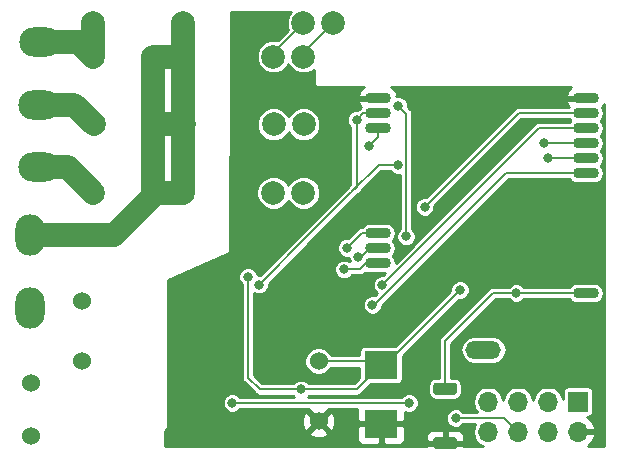
<source format=gbr>
%TF.GenerationSoftware,KiCad,Pcbnew,(5.0.2)-1*%
%TF.CreationDate,2020-06-03T15:28:38+08:00*%
%TF.ProjectId,MixRelays,4d697852-656c-4617-9973-2e6b69636164,rev?*%
%TF.SameCoordinates,Original*%
%TF.FileFunction,Copper,L1,Top*%
%TF.FilePolarity,Positive*%
%FSLAX46Y46*%
G04 Gerber Fmt 4.6, Leading zero omitted, Abs format (unit mm)*
G04 Created by KiCad (PCBNEW (5.0.2)-1) date 2020-06-03 15:28:38*
%MOMM*%
%LPD*%
G01*
G04 APERTURE LIST*
%ADD10C,2.000000*%
%ADD11C,0.350000*%
%ADD12C,1.000000*%
%ADD13R,2.800000X2.400000*%
%ADD14O,3.000000X1.524000*%
%ADD15C,1.524000*%
%ADD16O,2.200000X0.900000*%
%ADD17O,2.500000X3.500000*%
%ADD18O,3.500000X2.500000*%
%ADD19R,1.700000X1.700000*%
%ADD20O,1.700000X1.700000*%
%ADD21C,0.800000*%
%ADD22C,2.000000*%
%ADD23C,0.200000*%
%ADD24C,0.254000*%
%ADD25C,0.350000*%
%ADD26O,1.500000X1.700000*%
%ADD27O,1.700000X1.500000*%
G04 APERTURE END LIST*
D10*
X139468860Y-102023260D03*
X136928860Y-102023260D03*
X126768860Y-102023260D03*
X119148860Y-102023260D03*
D11*
G36*
X149692164Y-132452364D02*
X149716433Y-132455964D01*
X149740231Y-132461925D01*
X149763331Y-132470190D01*
X149785509Y-132480680D01*
X149806553Y-132493293D01*
X149826258Y-132507907D01*
X149844437Y-132524383D01*
X149860913Y-132542562D01*
X149875527Y-132562267D01*
X149888140Y-132583311D01*
X149898630Y-132605489D01*
X149906895Y-132628589D01*
X149912856Y-132652387D01*
X149916456Y-132676656D01*
X149917660Y-132701160D01*
X149917660Y-133201160D01*
X149916456Y-133225664D01*
X149912856Y-133249933D01*
X149906895Y-133273731D01*
X149898630Y-133296831D01*
X149888140Y-133319009D01*
X149875527Y-133340053D01*
X149860913Y-133359758D01*
X149844437Y-133377937D01*
X149826258Y-133394413D01*
X149806553Y-133409027D01*
X149785509Y-133421640D01*
X149763331Y-133432130D01*
X149740231Y-133440395D01*
X149716433Y-133446356D01*
X149692164Y-133449956D01*
X149667660Y-133451160D01*
X148167660Y-133451160D01*
X148143156Y-133449956D01*
X148118887Y-133446356D01*
X148095089Y-133440395D01*
X148071989Y-133432130D01*
X148049811Y-133421640D01*
X148028767Y-133409027D01*
X148009062Y-133394413D01*
X147990883Y-133377937D01*
X147974407Y-133359758D01*
X147959793Y-133340053D01*
X147947180Y-133319009D01*
X147936690Y-133296831D01*
X147928425Y-133273731D01*
X147922464Y-133249933D01*
X147918864Y-133225664D01*
X147917660Y-133201160D01*
X147917660Y-132701160D01*
X147918864Y-132676656D01*
X147922464Y-132652387D01*
X147928425Y-132628589D01*
X147936690Y-132605489D01*
X147947180Y-132583311D01*
X147959793Y-132562267D01*
X147974407Y-132542562D01*
X147990883Y-132524383D01*
X148009062Y-132507907D01*
X148028767Y-132493293D01*
X148049811Y-132480680D01*
X148071989Y-132470190D01*
X148095089Y-132461925D01*
X148118887Y-132455964D01*
X148143156Y-132452364D01*
X148167660Y-132451160D01*
X149667660Y-132451160D01*
X149692164Y-132452364D01*
X149692164Y-132452364D01*
G37*
D12*
X148917660Y-132951160D03*
D11*
G36*
X149692164Y-137052364D02*
X149716433Y-137055964D01*
X149740231Y-137061925D01*
X149763331Y-137070190D01*
X149785509Y-137080680D01*
X149806553Y-137093293D01*
X149826258Y-137107907D01*
X149844437Y-137124383D01*
X149860913Y-137142562D01*
X149875527Y-137162267D01*
X149888140Y-137183311D01*
X149898630Y-137205489D01*
X149906895Y-137228589D01*
X149912856Y-137252387D01*
X149916456Y-137276656D01*
X149917660Y-137301160D01*
X149917660Y-137801160D01*
X149916456Y-137825664D01*
X149912856Y-137849933D01*
X149906895Y-137873731D01*
X149898630Y-137896831D01*
X149888140Y-137919009D01*
X149875527Y-137940053D01*
X149860913Y-137959758D01*
X149844437Y-137977937D01*
X149826258Y-137994413D01*
X149806553Y-138009027D01*
X149785509Y-138021640D01*
X149763331Y-138032130D01*
X149740231Y-138040395D01*
X149716433Y-138046356D01*
X149692164Y-138049956D01*
X149667660Y-138051160D01*
X148167660Y-138051160D01*
X148143156Y-138049956D01*
X148118887Y-138046356D01*
X148095089Y-138040395D01*
X148071989Y-138032130D01*
X148049811Y-138021640D01*
X148028767Y-138009027D01*
X148009062Y-137994413D01*
X147990883Y-137977937D01*
X147974407Y-137959758D01*
X147959793Y-137940053D01*
X147947180Y-137919009D01*
X147936690Y-137896831D01*
X147928425Y-137873731D01*
X147922464Y-137849933D01*
X147918864Y-137825664D01*
X147917660Y-137801160D01*
X147917660Y-137301160D01*
X147918864Y-137276656D01*
X147922464Y-137252387D01*
X147928425Y-137228589D01*
X147936690Y-137205489D01*
X147947180Y-137183311D01*
X147959793Y-137162267D01*
X147974407Y-137142562D01*
X147990883Y-137124383D01*
X148009062Y-137107907D01*
X148028767Y-137093293D01*
X148049811Y-137080680D01*
X148071989Y-137070190D01*
X148095089Y-137061925D01*
X148118887Y-137055964D01*
X148143156Y-137052364D01*
X148167660Y-137051160D01*
X149667660Y-137051160D01*
X149692164Y-137052364D01*
X149692164Y-137052364D01*
G37*
D12*
X148917660Y-137551160D03*
D13*
X143507460Y-130947160D03*
X143507460Y-135907160D03*
D14*
X152168860Y-129664460D03*
D15*
X113827560Y-136916440D03*
X113827560Y-132506720D03*
D16*
X143208840Y-108343700D03*
X143208840Y-109613700D03*
X143208840Y-110883700D03*
X143208840Y-119773700D03*
X143208840Y-121043700D03*
X143208840Y-122313700D03*
X160808840Y-124853700D03*
X160808840Y-114693700D03*
X160808840Y-113423700D03*
X160808840Y-112153700D03*
X160808840Y-110883700D03*
X160808840Y-109613700D03*
X160808840Y-108343700D03*
D15*
X118202080Y-125556660D03*
X118202080Y-130636660D03*
X138202080Y-130636660D03*
X138202080Y-135716660D03*
D17*
X113761520Y-119974360D03*
D18*
X114503200Y-114223800D03*
X114526060Y-108925360D03*
D19*
X160172400Y-134048500D03*
D20*
X160172400Y-136588500D03*
X157632400Y-134048500D03*
X157632400Y-136588500D03*
X155092400Y-134048500D03*
X155092400Y-136588500D03*
X152552400Y-134048500D03*
X152552400Y-136588500D03*
D10*
X119146989Y-104831420D03*
X134386989Y-104831420D03*
X136926989Y-104831420D03*
X124226989Y-104831420D03*
X126766989Y-104831420D03*
X126781560Y-110566200D03*
X124241560Y-110566200D03*
X136941560Y-110566200D03*
X134401560Y-110566200D03*
X119161560Y-110566200D03*
X119132500Y-116374060D03*
X134372500Y-116374060D03*
X136912500Y-116374060D03*
X124212500Y-116374060D03*
X126752500Y-116374060D03*
D18*
X114642900Y-103604060D03*
D17*
X113736120Y-126085600D03*
D21*
X144625060Y-116773960D03*
X135138160Y-127949960D03*
X126616460Y-128013460D03*
X140383260Y-112862360D03*
X146479260Y-112824260D03*
X138874500Y-108729780D03*
X154261820Y-109232700D03*
X153042620Y-110020100D03*
X144873980Y-125839220D03*
X141292580Y-124965460D03*
X145229580Y-121358660D03*
X147251420Y-119062500D03*
X141308732Y-123903582D03*
X146141122Y-124058998D03*
X135155940Y-107718860D03*
X131686300Y-102049580D03*
X135125460Y-113631980D03*
X133372860Y-118600220D03*
X147195540Y-135354060D03*
X152438100Y-131513580D03*
X147734020Y-128389380D03*
X141427960Y-110166660D03*
X133169660Y-124139960D03*
X144915650Y-114014760D03*
X145869660Y-134147560D03*
X130909060Y-134147564D03*
X149806660Y-135442960D03*
X140357860Y-122842020D03*
X141587220Y-121810780D03*
X140604299Y-121020091D03*
X140604300Y-121020090D03*
X136725660Y-133017260D03*
X132229860Y-123479560D03*
X150187660Y-124584460D03*
X147190460Y-117561360D03*
X143615728Y-124159328D03*
X142770860Y-125854460D03*
X142466060Y-112371660D03*
X157617160Y-113433860D03*
X157261560Y-112189260D03*
X145615660Y-120063260D03*
X144960060Y-109015770D03*
X154957780Y-124853700D03*
D22*
X126752500Y-104845909D02*
X126766989Y-104831420D01*
X126752500Y-116374060D02*
X126752500Y-104845909D01*
X124226989Y-116359571D02*
X124212500Y-116374060D01*
X124226989Y-104831420D02*
X124226989Y-116359571D01*
X124241560Y-110566200D02*
X126781560Y-110566200D01*
X124226989Y-104831420D02*
X126766989Y-104831420D01*
X124212500Y-116374060D02*
X126752500Y-116374060D01*
X124468740Y-116374060D02*
X126752500Y-116374060D01*
X113761520Y-119974360D02*
X120868440Y-119974360D01*
X120868440Y-119974360D02*
X124468740Y-116374060D01*
X126766989Y-102025131D02*
X126768860Y-102023260D01*
X126766989Y-104831420D02*
X126766989Y-102025131D01*
D23*
X143208840Y-109613700D02*
X142430500Y-109613700D01*
X141980920Y-109613700D02*
X141427960Y-110166660D01*
X143208840Y-109613700D02*
X141980920Y-109613700D01*
X133169660Y-124114560D02*
X133169660Y-124139960D01*
X141427960Y-115881660D02*
X140992860Y-116316760D01*
X141427960Y-110166660D02*
X141427960Y-115881660D01*
X140992860Y-116316760D02*
X143294860Y-114014760D01*
X144349965Y-114014760D02*
X144915650Y-114014760D01*
X143294860Y-114014760D02*
X144349965Y-114014760D01*
X141427960Y-115881660D02*
X141310360Y-115999260D01*
X130909064Y-134147560D02*
X130909060Y-134147564D01*
X145869660Y-134147560D02*
X130909064Y-134147560D01*
X137328636Y-119980984D02*
X133169660Y-124139960D01*
X140992860Y-116316760D02*
X137328636Y-119980984D01*
X149811121Y-135438499D02*
X149806660Y-135442960D01*
X155092400Y-136588500D02*
X153942399Y-135438499D01*
X153942399Y-135438499D02*
X149811121Y-135438499D01*
X141709140Y-122842020D02*
X140357860Y-122842020D01*
X143208840Y-122313700D02*
X142237460Y-122313700D01*
X142237460Y-122313700D02*
X141709140Y-122842020D01*
X143208840Y-121043700D02*
X142558840Y-121043700D01*
X142558840Y-121043700D02*
X141791760Y-121810780D01*
X141791760Y-121810780D02*
X141587220Y-121810780D01*
X141850690Y-119773700D02*
X140604299Y-121020091D01*
X143208840Y-119773700D02*
X141850690Y-119773700D01*
D22*
X117919629Y-103604060D02*
X119146989Y-104831420D01*
X114642900Y-103604060D02*
X117919629Y-103604060D01*
X119148860Y-104829549D02*
X119146989Y-104831420D01*
X119148860Y-102023260D02*
X119148860Y-104829549D01*
D23*
X134386989Y-104565131D02*
X134386989Y-104831420D01*
X136928860Y-102023260D02*
X134386989Y-104565131D01*
X143311260Y-130636660D02*
X143456660Y-130782060D01*
X138202080Y-130636660D02*
X143311260Y-130636660D01*
X141437360Y-133017260D02*
X136725660Y-133017260D01*
X143507460Y-130947160D02*
X141437360Y-133017260D01*
X132229860Y-132011420D02*
X132229860Y-123479560D01*
X136725660Y-133017260D02*
X133235700Y-133017260D01*
X133235700Y-133017260D02*
X132229860Y-132011420D01*
X143824960Y-130947160D02*
X150187660Y-124584460D01*
X143507460Y-130947160D02*
X143824960Y-130947160D01*
X136926989Y-104565131D02*
X139468860Y-102023260D01*
X136926989Y-104831420D02*
X136926989Y-104565131D01*
D22*
X116982240Y-114223800D02*
X119132500Y-116374060D01*
X114503200Y-114223800D02*
X116982240Y-114223800D01*
X117520720Y-108925360D02*
X119161560Y-110566200D01*
X114526060Y-108925360D02*
X117520720Y-108925360D01*
D23*
X160808840Y-109613700D02*
X155138120Y-109613700D01*
X155138120Y-109613700D02*
X147215860Y-117535960D01*
X160808840Y-110883700D02*
X156891356Y-110883700D01*
X144015727Y-123759329D02*
X143615728Y-124159328D01*
X156891356Y-110883700D02*
X144015727Y-123759329D01*
X160808840Y-114693700D02*
X154071320Y-114693700D01*
X154071320Y-114693700D02*
X142910560Y-125854460D01*
X142910560Y-125854460D02*
X142770860Y-125854460D01*
X143208840Y-111628880D02*
X143208840Y-110883700D01*
X142466060Y-112371660D02*
X143208840Y-111628880D01*
X160808840Y-113423700D02*
X157627320Y-113423700D01*
X157627320Y-113423700D02*
X157617160Y-113433860D01*
X157297120Y-112153700D02*
X157261560Y-112189260D01*
X160808840Y-112153700D02*
X157297120Y-112153700D01*
X145615660Y-109671370D02*
X145360059Y-109415769D01*
X145615660Y-120063260D02*
X145615660Y-109671370D01*
X145360059Y-109415769D02*
X144960060Y-109015770D01*
X152976580Y-124853700D02*
X154957780Y-124853700D01*
X148917660Y-132951160D02*
X148917660Y-128912620D01*
X148917660Y-128912620D02*
X152976580Y-124853700D01*
X154957780Y-124853700D02*
X160808840Y-124853700D01*
D24*
G36*
X135888176Y-101045860D02*
X135719107Y-101214929D01*
X135501860Y-101739412D01*
X135501860Y-102307108D01*
X135618391Y-102588439D01*
X134763873Y-103442957D01*
X134670837Y-103404420D01*
X134103141Y-103404420D01*
X133578658Y-103621667D01*
X133177236Y-104023089D01*
X132959989Y-104547572D01*
X132959989Y-105115268D01*
X133177236Y-105639751D01*
X133578658Y-106041173D01*
X134103141Y-106258420D01*
X134670837Y-106258420D01*
X135195320Y-106041173D01*
X135596742Y-105639751D01*
X135656989Y-105494301D01*
X135717236Y-105639751D01*
X136118658Y-106041173D01*
X136643141Y-106258420D01*
X137210837Y-106258420D01*
X137735320Y-106041173D01*
X137835803Y-105940690D01*
X137840721Y-107245629D01*
X137850571Y-107294193D01*
X137878257Y-107335290D01*
X137919562Y-107362665D01*
X137967552Y-107372150D01*
X142064372Y-107377575D01*
X142026296Y-107389892D01*
X141701827Y-107666292D01*
X141514432Y-108049699D01*
X141641338Y-108216700D01*
X143081840Y-108216700D01*
X143081840Y-108196700D01*
X143335840Y-108196700D01*
X143335840Y-108216700D01*
X143355840Y-108216700D01*
X143355840Y-108470700D01*
X143335840Y-108470700D01*
X143335840Y-108490700D01*
X143081840Y-108490700D01*
X143081840Y-108470700D01*
X141641338Y-108470700D01*
X141514432Y-108637701D01*
X141701827Y-109021108D01*
X141807257Y-109110919D01*
X141775295Y-109117277D01*
X141681019Y-109180271D01*
X141600975Y-109233755D01*
X141571575Y-109277755D01*
X141509670Y-109339660D01*
X141263459Y-109339660D01*
X140959502Y-109465563D01*
X140726863Y-109698202D01*
X140600960Y-110002159D01*
X140600960Y-110331161D01*
X140726863Y-110635118D01*
X140900960Y-110809215D01*
X140900961Y-115663368D01*
X140656918Y-115907412D01*
X140656915Y-115907414D01*
X136992694Y-119571636D01*
X136992691Y-119571638D01*
X133251370Y-123312960D01*
X133055991Y-123312960D01*
X132930957Y-123011102D01*
X132698318Y-122778463D01*
X132394361Y-122652560D01*
X132065359Y-122652560D01*
X131761402Y-122778463D01*
X131528763Y-123011102D01*
X131402860Y-123315059D01*
X131402860Y-123644061D01*
X131528763Y-123948018D01*
X131702861Y-124122116D01*
X131702860Y-131959522D01*
X131692537Y-132011420D01*
X131702860Y-132063318D01*
X131702860Y-132063322D01*
X131733437Y-132217044D01*
X131849915Y-132391365D01*
X131893915Y-132420765D01*
X132826356Y-133353207D01*
X132855755Y-133397205D01*
X132899752Y-133426603D01*
X132899755Y-133426606D01*
X132992362Y-133488484D01*
X133030075Y-133513683D01*
X133183797Y-133544260D01*
X133183801Y-133544260D01*
X133235700Y-133554583D01*
X133287599Y-133544260D01*
X136083105Y-133544260D01*
X136159405Y-133620560D01*
X131551611Y-133620560D01*
X131377518Y-133446467D01*
X131073561Y-133320564D01*
X130744559Y-133320564D01*
X130440602Y-133446467D01*
X130207963Y-133679106D01*
X130082060Y-133983063D01*
X130082060Y-134312065D01*
X130207963Y-134616022D01*
X130440602Y-134848661D01*
X130744559Y-134974564D01*
X131073561Y-134974564D01*
X131377518Y-134848661D01*
X131551619Y-134674560D01*
X137419223Y-134674560D01*
X137401472Y-134736447D01*
X138202080Y-135537055D01*
X139002688Y-134736447D01*
X138984937Y-134674560D01*
X141472460Y-134674560D01*
X141472460Y-135621410D01*
X141631210Y-135780160D01*
X143380460Y-135780160D01*
X143380460Y-135760160D01*
X143634460Y-135760160D01*
X143634460Y-135780160D01*
X145383710Y-135780160D01*
X145542460Y-135621410D01*
X145542460Y-134907168D01*
X145705159Y-134974560D01*
X146034161Y-134974560D01*
X146338118Y-134848657D01*
X146570757Y-134616018D01*
X146696660Y-134312061D01*
X146696660Y-133983059D01*
X146570757Y-133679102D01*
X146338118Y-133446463D01*
X146034161Y-133320560D01*
X145705159Y-133320560D01*
X145401202Y-133446463D01*
X145227105Y-133620560D01*
X137291915Y-133620560D01*
X137368215Y-133544260D01*
X141385462Y-133544260D01*
X141437360Y-133554583D01*
X141489258Y-133544260D01*
X141489263Y-133544260D01*
X141642985Y-133513683D01*
X141817305Y-133397205D01*
X141846705Y-133353205D01*
X142498750Y-132701160D01*
X147482295Y-132701160D01*
X147482295Y-133201160D01*
X147534465Y-133463438D01*
X147683034Y-133685786D01*
X147905382Y-133834355D01*
X148167660Y-133886525D01*
X149667660Y-133886525D01*
X149929938Y-133834355D01*
X150152286Y-133685786D01*
X150300855Y-133463438D01*
X150353025Y-133201160D01*
X150353025Y-132701160D01*
X150300855Y-132438882D01*
X150152286Y-132216534D01*
X149929938Y-132067965D01*
X149667660Y-132015795D01*
X149444660Y-132015795D01*
X149444660Y-129664460D01*
X150218567Y-129664460D01*
X150310847Y-130128384D01*
X150573639Y-130521681D01*
X150966936Y-130784473D01*
X151313758Y-130853460D01*
X153023962Y-130853460D01*
X153370784Y-130784473D01*
X153764081Y-130521681D01*
X154026873Y-130128384D01*
X154119153Y-129664460D01*
X154026873Y-129200536D01*
X153764081Y-128807239D01*
X153370784Y-128544447D01*
X153023962Y-128475460D01*
X151313758Y-128475460D01*
X150966936Y-128544447D01*
X150573639Y-128807239D01*
X150310847Y-129200536D01*
X150218567Y-129664460D01*
X149444660Y-129664460D01*
X149444660Y-129130910D01*
X153194871Y-125380700D01*
X154315225Y-125380700D01*
X154489322Y-125554797D01*
X154793279Y-125680700D01*
X155122281Y-125680700D01*
X155426238Y-125554797D01*
X155600335Y-125380700D01*
X159456212Y-125380700D01*
X159526559Y-125485981D01*
X159816652Y-125679816D01*
X160072465Y-125730700D01*
X161545215Y-125730700D01*
X161801028Y-125679816D01*
X162091121Y-125485981D01*
X162284956Y-125195888D01*
X162353021Y-124853700D01*
X162284956Y-124511512D01*
X162091121Y-124221419D01*
X161801028Y-124027584D01*
X161545215Y-123976700D01*
X160072465Y-123976700D01*
X159816652Y-124027584D01*
X159526559Y-124221419D01*
X159456212Y-124326700D01*
X155600335Y-124326700D01*
X155426238Y-124152603D01*
X155122281Y-124026700D01*
X154793279Y-124026700D01*
X154489322Y-124152603D01*
X154315225Y-124326700D01*
X153028479Y-124326700D01*
X152976580Y-124316377D01*
X152924681Y-124326700D01*
X152924677Y-124326700D01*
X152802967Y-124350909D01*
X152770954Y-124357277D01*
X152640635Y-124444354D01*
X152640632Y-124444357D01*
X152596635Y-124473755D01*
X152567237Y-124517752D01*
X148581713Y-128503277D01*
X148537716Y-128532675D01*
X148508318Y-128576672D01*
X148508314Y-128576676D01*
X148421238Y-128706995D01*
X148380337Y-128912620D01*
X148390661Y-128964523D01*
X148390660Y-132015795D01*
X148167660Y-132015795D01*
X147905382Y-132067965D01*
X147683034Y-132216534D01*
X147534465Y-132438882D01*
X147482295Y-132701160D01*
X142498750Y-132701160D01*
X142617385Y-132582525D01*
X144907460Y-132582525D01*
X145074067Y-132549385D01*
X145215310Y-132455010D01*
X145309685Y-132313767D01*
X145342825Y-132147160D01*
X145342825Y-130174585D01*
X150105951Y-125411460D01*
X150352161Y-125411460D01*
X150656118Y-125285557D01*
X150888757Y-125052918D01*
X151014660Y-124748961D01*
X151014660Y-124419959D01*
X150888757Y-124116002D01*
X150656118Y-123883363D01*
X150352161Y-123757460D01*
X150023159Y-123757460D01*
X149719202Y-123883363D01*
X149486563Y-124116002D01*
X149360660Y-124419959D01*
X149360660Y-124666169D01*
X144715035Y-129311795D01*
X142107460Y-129311795D01*
X141940853Y-129344935D01*
X141799610Y-129439310D01*
X141705235Y-129580553D01*
X141672095Y-129747160D01*
X141672095Y-130109660D01*
X139270754Y-130109660D01*
X139210066Y-129963146D01*
X138875594Y-129628674D01*
X138438587Y-129447660D01*
X137965573Y-129447660D01*
X137528566Y-129628674D01*
X137194094Y-129963146D01*
X137013080Y-130400153D01*
X137013080Y-130873167D01*
X137194094Y-131310174D01*
X137528566Y-131644646D01*
X137965573Y-131825660D01*
X138438587Y-131825660D01*
X138875594Y-131644646D01*
X139210066Y-131310174D01*
X139270754Y-131163660D01*
X141672095Y-131163660D01*
X141672095Y-132037235D01*
X141219070Y-132490260D01*
X137368215Y-132490260D01*
X137194118Y-132316163D01*
X136890161Y-132190260D01*
X136561159Y-132190260D01*
X136257202Y-132316163D01*
X136083105Y-132490260D01*
X133453991Y-132490260D01*
X132756860Y-131793130D01*
X132756860Y-124864111D01*
X133005159Y-124966960D01*
X133334161Y-124966960D01*
X133638118Y-124841057D01*
X133870757Y-124608418D01*
X133996660Y-124304461D01*
X133996660Y-124058250D01*
X137737982Y-120316929D01*
X137737984Y-120316926D01*
X141402206Y-116652705D01*
X141402208Y-116652702D01*
X141559228Y-116495682D01*
X141763907Y-116291004D01*
X141807905Y-116261605D01*
X141837303Y-116217608D01*
X143513151Y-114541760D01*
X144273095Y-114541760D01*
X144447192Y-114715857D01*
X144751149Y-114841760D01*
X145080151Y-114841760D01*
X145088661Y-114838235D01*
X145088660Y-119420705D01*
X144914563Y-119594802D01*
X144788660Y-119898759D01*
X144788660Y-120227761D01*
X144914563Y-120531718D01*
X145147202Y-120764357D01*
X145451159Y-120890260D01*
X145780161Y-120890260D01*
X146084118Y-120764357D01*
X146316757Y-120531718D01*
X146442660Y-120227761D01*
X146442660Y-119898759D01*
X146316757Y-119594802D01*
X146142660Y-119420705D01*
X146142660Y-109723267D01*
X146152983Y-109671369D01*
X146142660Y-109619471D01*
X146142660Y-109619467D01*
X146112083Y-109465745D01*
X145995605Y-109291425D01*
X145951602Y-109262023D01*
X145787060Y-109097480D01*
X145787060Y-108851269D01*
X145661157Y-108547312D01*
X145428518Y-108314673D01*
X145124561Y-108188770D01*
X144797566Y-108188770D01*
X144903248Y-108049699D01*
X144715853Y-107666292D01*
X144391384Y-107389892D01*
X144362715Y-107380618D01*
X159613478Y-107400811D01*
X159301827Y-107666292D01*
X159114432Y-108049699D01*
X159241338Y-108216700D01*
X160681840Y-108216700D01*
X160681840Y-108196700D01*
X160935840Y-108196700D01*
X160935840Y-108216700D01*
X160955840Y-108216700D01*
X160955840Y-108470700D01*
X160935840Y-108470700D01*
X160935840Y-108490700D01*
X160681840Y-108490700D01*
X160681840Y-108470700D01*
X159241338Y-108470700D01*
X159114432Y-108637701D01*
X159301827Y-109021108D01*
X159378826Y-109086700D01*
X155190019Y-109086700D01*
X155138120Y-109076377D01*
X155086221Y-109086700D01*
X155086217Y-109086700D01*
X154932495Y-109117277D01*
X154838219Y-109180271D01*
X154758175Y-109233755D01*
X154728775Y-109277755D01*
X147272170Y-116734360D01*
X147025959Y-116734360D01*
X146722002Y-116860263D01*
X146489363Y-117092902D01*
X146363460Y-117396859D01*
X146363460Y-117725861D01*
X146489363Y-118029818D01*
X146722002Y-118262457D01*
X147025959Y-118388360D01*
X147354961Y-118388360D01*
X147658918Y-118262457D01*
X147891557Y-118029818D01*
X148017460Y-117725861D01*
X148017460Y-117479650D01*
X155356410Y-110140700D01*
X159456212Y-110140700D01*
X159526559Y-110245981D01*
X159530628Y-110248700D01*
X159526559Y-110251419D01*
X159456212Y-110356700D01*
X156943253Y-110356700D01*
X156891355Y-110346377D01*
X156839457Y-110356700D01*
X156839453Y-110356700D01*
X156685731Y-110387277D01*
X156685729Y-110387278D01*
X156685730Y-110387278D01*
X156555411Y-110474354D01*
X156555408Y-110474357D01*
X156511411Y-110503755D01*
X156482013Y-110547752D01*
X144746890Y-122282876D01*
X144684956Y-121971512D01*
X144491121Y-121681419D01*
X144487052Y-121678700D01*
X144491121Y-121675981D01*
X144684956Y-121385888D01*
X144753021Y-121043700D01*
X144684956Y-120701512D01*
X144491121Y-120411419D01*
X144487052Y-120408700D01*
X144491121Y-120405981D01*
X144684956Y-120115888D01*
X144753021Y-119773700D01*
X144684956Y-119431512D01*
X144491121Y-119141419D01*
X144201028Y-118947584D01*
X143945215Y-118896700D01*
X142472465Y-118896700D01*
X142216652Y-118947584D01*
X141926559Y-119141419D01*
X141861653Y-119238558D01*
X141850689Y-119236377D01*
X141798791Y-119246700D01*
X141798787Y-119246700D01*
X141645065Y-119277277D01*
X141644456Y-119277684D01*
X141514745Y-119364354D01*
X141514742Y-119364357D01*
X141470745Y-119393755D01*
X141441346Y-119437753D01*
X140686010Y-120193090D01*
X140439799Y-120193090D01*
X140135842Y-120318993D01*
X139903202Y-120551633D01*
X139777299Y-120855590D01*
X139777299Y-121184592D01*
X139903202Y-121488549D01*
X140135841Y-121721188D01*
X140439798Y-121847091D01*
X140760220Y-121847091D01*
X140760220Y-121975281D01*
X140830608Y-122145213D01*
X140826318Y-122140923D01*
X140522361Y-122015020D01*
X140193359Y-122015020D01*
X139889402Y-122140923D01*
X139656763Y-122373562D01*
X139530860Y-122677519D01*
X139530860Y-123006521D01*
X139656763Y-123310478D01*
X139889402Y-123543117D01*
X140193359Y-123669020D01*
X140522361Y-123669020D01*
X140826318Y-123543117D01*
X141000415Y-123369020D01*
X141657242Y-123369020D01*
X141709140Y-123379343D01*
X141761038Y-123369020D01*
X141761043Y-123369020D01*
X141914765Y-123338443D01*
X142089085Y-123221965D01*
X142118485Y-123177965D01*
X142180674Y-123115776D01*
X142216652Y-123139816D01*
X142472465Y-123190700D01*
X143839066Y-123190700D01*
X143697438Y-123332328D01*
X143451227Y-123332328D01*
X143147270Y-123458231D01*
X142914631Y-123690870D01*
X142788728Y-123994827D01*
X142788728Y-124323829D01*
X142914631Y-124627786D01*
X143147270Y-124860425D01*
X143155780Y-124863950D01*
X142975602Y-125044128D01*
X142935361Y-125027460D01*
X142606359Y-125027460D01*
X142302402Y-125153363D01*
X142069763Y-125386002D01*
X141943860Y-125689959D01*
X141943860Y-126018961D01*
X142069763Y-126322918D01*
X142302402Y-126555557D01*
X142606359Y-126681460D01*
X142935361Y-126681460D01*
X143239318Y-126555557D01*
X143471957Y-126322918D01*
X143597860Y-126018961D01*
X143597860Y-125912450D01*
X154289611Y-115220700D01*
X159456212Y-115220700D01*
X159526559Y-115325981D01*
X159816652Y-115519816D01*
X160072465Y-115570700D01*
X161545215Y-115570700D01*
X161801028Y-115519816D01*
X162091121Y-115325981D01*
X162284956Y-115035888D01*
X162353021Y-114693700D01*
X162284956Y-114351512D01*
X162091121Y-114061419D01*
X162087052Y-114058700D01*
X162091121Y-114055981D01*
X162284956Y-113765888D01*
X162353021Y-113423700D01*
X162284956Y-113081512D01*
X162091121Y-112791419D01*
X162087052Y-112788700D01*
X162091121Y-112785981D01*
X162284956Y-112495888D01*
X162353021Y-112153700D01*
X162284956Y-111811512D01*
X162091121Y-111521419D01*
X162087052Y-111518700D01*
X162091121Y-111515981D01*
X162284956Y-111225888D01*
X162353021Y-110883700D01*
X162284956Y-110541512D01*
X162091121Y-110251419D01*
X162087052Y-110248700D01*
X162091121Y-110245981D01*
X162284956Y-109955888D01*
X162353021Y-109613700D01*
X162284956Y-109271512D01*
X162189538Y-109128710D01*
X162315853Y-109021108D01*
X162382105Y-108885558D01*
X162385989Y-137801295D01*
X161004202Y-137801019D01*
X161367583Y-137469858D01*
X161613886Y-136945392D01*
X161493219Y-136715500D01*
X160299400Y-136715500D01*
X160299400Y-136735500D01*
X160045400Y-136735500D01*
X160045400Y-136715500D01*
X160025400Y-136715500D01*
X160025400Y-136461500D01*
X160045400Y-136461500D01*
X160045400Y-136441500D01*
X160299400Y-136441500D01*
X160299400Y-136461500D01*
X161493219Y-136461500D01*
X161613886Y-136231608D01*
X161367583Y-135707142D01*
X160957989Y-135333865D01*
X161022400Y-135333865D01*
X161189007Y-135300725D01*
X161330250Y-135206350D01*
X161424625Y-135065107D01*
X161457765Y-134898500D01*
X161457765Y-133198500D01*
X161424625Y-133031893D01*
X161330250Y-132890650D01*
X161189007Y-132796275D01*
X161022400Y-132763135D01*
X159322400Y-132763135D01*
X159155793Y-132796275D01*
X159014550Y-132890650D01*
X158920175Y-133031893D01*
X158887035Y-133198500D01*
X158887035Y-133810294D01*
X158835307Y-133550240D01*
X158553065Y-133127835D01*
X158130660Y-132845593D01*
X157758169Y-132771500D01*
X157506631Y-132771500D01*
X157134140Y-132845593D01*
X156711735Y-133127835D01*
X156429493Y-133550240D01*
X156362400Y-133887540D01*
X156295307Y-133550240D01*
X156013065Y-133127835D01*
X155590660Y-132845593D01*
X155218169Y-132771500D01*
X154966631Y-132771500D01*
X154594140Y-132845593D01*
X154171735Y-133127835D01*
X153889493Y-133550240D01*
X153822400Y-133887540D01*
X153755307Y-133550240D01*
X153473065Y-133127835D01*
X153050660Y-132845593D01*
X152678169Y-132771500D01*
X152426631Y-132771500D01*
X152054140Y-132845593D01*
X151631735Y-133127835D01*
X151349493Y-133550240D01*
X151250383Y-134048500D01*
X151349493Y-134546760D01*
X151593204Y-134911499D01*
X150444754Y-134911499D01*
X150275118Y-134741863D01*
X149971161Y-134615960D01*
X149642159Y-134615960D01*
X149338202Y-134741863D01*
X149105563Y-134974502D01*
X148979660Y-135278459D01*
X148979660Y-135607461D01*
X149105563Y-135911418D01*
X149338202Y-136144057D01*
X149642159Y-136269960D01*
X149971161Y-136269960D01*
X150275118Y-136144057D01*
X150453676Y-135965499D01*
X151432842Y-135965499D01*
X151349493Y-136090240D01*
X151250383Y-136588500D01*
X151349493Y-137086760D01*
X151631735Y-137509165D01*
X152054140Y-137791407D01*
X152093509Y-137799238D01*
X150514672Y-137798922D01*
X150393910Y-137678160D01*
X149044660Y-137678160D01*
X149044660Y-137698160D01*
X148790660Y-137698160D01*
X148790660Y-137678160D01*
X147441410Y-137678160D01*
X147321286Y-137798284D01*
X125183741Y-137793859D01*
X125183355Y-136696873D01*
X137401472Y-136696873D01*
X137470937Y-136939057D01*
X137994382Y-137125804D01*
X138549448Y-137098022D01*
X138933223Y-136939057D01*
X139002688Y-136696873D01*
X138202080Y-135896265D01*
X137401472Y-136696873D01*
X125183355Y-136696873D01*
X125183323Y-136606949D01*
X125198845Y-136592758D01*
X125198847Y-136592754D01*
X125320360Y-136427423D01*
X125320361Y-136427422D01*
X125376529Y-136307324D01*
X125407472Y-136241162D01*
X125407472Y-136241161D01*
X125428931Y-136153891D01*
X125444103Y-136131185D01*
X125474680Y-135977463D01*
X125474680Y-135508962D01*
X136792936Y-135508962D01*
X136820718Y-136064028D01*
X136979683Y-136447803D01*
X137221867Y-136517268D01*
X138022475Y-135716660D01*
X138381685Y-135716660D01*
X139182293Y-136517268D01*
X139424477Y-136447803D01*
X139515413Y-136192910D01*
X141472460Y-136192910D01*
X141472460Y-137233469D01*
X141569133Y-137466858D01*
X141747761Y-137645487D01*
X141981150Y-137742160D01*
X143221710Y-137742160D01*
X143380460Y-137583410D01*
X143380460Y-136034160D01*
X143634460Y-136034160D01*
X143634460Y-137583410D01*
X143793210Y-137742160D01*
X145033770Y-137742160D01*
X145267159Y-137645487D01*
X145445787Y-137466858D01*
X145542460Y-137233469D01*
X145542460Y-136924851D01*
X147282660Y-136924851D01*
X147282660Y-137265410D01*
X147441410Y-137424160D01*
X148790660Y-137424160D01*
X148790660Y-136574910D01*
X149044660Y-136574910D01*
X149044660Y-137424160D01*
X150393910Y-137424160D01*
X150552660Y-137265410D01*
X150552660Y-136924851D01*
X150455987Y-136691462D01*
X150277359Y-136512833D01*
X150043970Y-136416160D01*
X149203410Y-136416160D01*
X149044660Y-136574910D01*
X148790660Y-136574910D01*
X148631910Y-136416160D01*
X147791350Y-136416160D01*
X147557961Y-136512833D01*
X147379333Y-136691462D01*
X147282660Y-136924851D01*
X145542460Y-136924851D01*
X145542460Y-136192910D01*
X145383710Y-136034160D01*
X143634460Y-136034160D01*
X143380460Y-136034160D01*
X141631210Y-136034160D01*
X141472460Y-136192910D01*
X139515413Y-136192910D01*
X139611224Y-135924358D01*
X139583442Y-135369292D01*
X139424477Y-134985517D01*
X139182293Y-134916052D01*
X138381685Y-135716660D01*
X138022475Y-135716660D01*
X137221867Y-134916052D01*
X136979683Y-134985517D01*
X136792936Y-135508962D01*
X125474680Y-135508962D01*
X125474680Y-123763752D01*
X130661474Y-121428746D01*
X130701823Y-121399980D01*
X130728092Y-121357963D01*
X130736340Y-121313173D01*
X130745904Y-116090212D01*
X132945500Y-116090212D01*
X132945500Y-116657908D01*
X133162747Y-117182391D01*
X133564169Y-117583813D01*
X134088652Y-117801060D01*
X134656348Y-117801060D01*
X135180831Y-117583813D01*
X135582253Y-117182391D01*
X135642500Y-117036941D01*
X135702747Y-117182391D01*
X136104169Y-117583813D01*
X136628652Y-117801060D01*
X137196348Y-117801060D01*
X137720831Y-117583813D01*
X138122253Y-117182391D01*
X138339500Y-116657908D01*
X138339500Y-116090212D01*
X138122253Y-115565729D01*
X137720831Y-115164307D01*
X137196348Y-114947060D01*
X136628652Y-114947060D01*
X136104169Y-115164307D01*
X135702747Y-115565729D01*
X135642500Y-115711179D01*
X135582253Y-115565729D01*
X135180831Y-115164307D01*
X134656348Y-114947060D01*
X134088652Y-114947060D01*
X133564169Y-115164307D01*
X133162747Y-115565729D01*
X132945500Y-116090212D01*
X130745904Y-116090212D01*
X130756540Y-110282352D01*
X132974560Y-110282352D01*
X132974560Y-110850048D01*
X133191807Y-111374531D01*
X133593229Y-111775953D01*
X134117712Y-111993200D01*
X134685408Y-111993200D01*
X135209891Y-111775953D01*
X135611313Y-111374531D01*
X135671560Y-111229081D01*
X135731807Y-111374531D01*
X136133229Y-111775953D01*
X136657712Y-111993200D01*
X137225408Y-111993200D01*
X137749891Y-111775953D01*
X138151313Y-111374531D01*
X138368560Y-110850048D01*
X138368560Y-110282352D01*
X138151313Y-109757869D01*
X137749891Y-109356447D01*
X137225408Y-109139200D01*
X136657712Y-109139200D01*
X136133229Y-109356447D01*
X135731807Y-109757869D01*
X135671560Y-109903319D01*
X135611313Y-109757869D01*
X135209891Y-109356447D01*
X134685408Y-109139200D01*
X134117712Y-109139200D01*
X133593229Y-109356447D01*
X133191807Y-109757869D01*
X132974560Y-110282352D01*
X130756540Y-110282352D01*
X130773456Y-101045550D01*
X135888176Y-101045860D01*
X135888176Y-101045860D01*
G37*
X135888176Y-101045860D02*
X135719107Y-101214929D01*
X135501860Y-101739412D01*
X135501860Y-102307108D01*
X135618391Y-102588439D01*
X134763873Y-103442957D01*
X134670837Y-103404420D01*
X134103141Y-103404420D01*
X133578658Y-103621667D01*
X133177236Y-104023089D01*
X132959989Y-104547572D01*
X132959989Y-105115268D01*
X133177236Y-105639751D01*
X133578658Y-106041173D01*
X134103141Y-106258420D01*
X134670837Y-106258420D01*
X135195320Y-106041173D01*
X135596742Y-105639751D01*
X135656989Y-105494301D01*
X135717236Y-105639751D01*
X136118658Y-106041173D01*
X136643141Y-106258420D01*
X137210837Y-106258420D01*
X137735320Y-106041173D01*
X137835803Y-105940690D01*
X137840721Y-107245629D01*
X137850571Y-107294193D01*
X137878257Y-107335290D01*
X137919562Y-107362665D01*
X137967552Y-107372150D01*
X142064372Y-107377575D01*
X142026296Y-107389892D01*
X141701827Y-107666292D01*
X141514432Y-108049699D01*
X141641338Y-108216700D01*
X143081840Y-108216700D01*
X143081840Y-108196700D01*
X143335840Y-108196700D01*
X143335840Y-108216700D01*
X143355840Y-108216700D01*
X143355840Y-108470700D01*
X143335840Y-108470700D01*
X143335840Y-108490700D01*
X143081840Y-108490700D01*
X143081840Y-108470700D01*
X141641338Y-108470700D01*
X141514432Y-108637701D01*
X141701827Y-109021108D01*
X141807257Y-109110919D01*
X141775295Y-109117277D01*
X141681019Y-109180271D01*
X141600975Y-109233755D01*
X141571575Y-109277755D01*
X141509670Y-109339660D01*
X141263459Y-109339660D01*
X140959502Y-109465563D01*
X140726863Y-109698202D01*
X140600960Y-110002159D01*
X140600960Y-110331161D01*
X140726863Y-110635118D01*
X140900960Y-110809215D01*
X140900961Y-115663368D01*
X140656918Y-115907412D01*
X140656915Y-115907414D01*
X136992694Y-119571636D01*
X136992691Y-119571638D01*
X133251370Y-123312960D01*
X133055991Y-123312960D01*
X132930957Y-123011102D01*
X132698318Y-122778463D01*
X132394361Y-122652560D01*
X132065359Y-122652560D01*
X131761402Y-122778463D01*
X131528763Y-123011102D01*
X131402860Y-123315059D01*
X131402860Y-123644061D01*
X131528763Y-123948018D01*
X131702861Y-124122116D01*
X131702860Y-131959522D01*
X131692537Y-132011420D01*
X131702860Y-132063318D01*
X131702860Y-132063322D01*
X131733437Y-132217044D01*
X131849915Y-132391365D01*
X131893915Y-132420765D01*
X132826356Y-133353207D01*
X132855755Y-133397205D01*
X132899752Y-133426603D01*
X132899755Y-133426606D01*
X132992362Y-133488484D01*
X133030075Y-133513683D01*
X133183797Y-133544260D01*
X133183801Y-133544260D01*
X133235700Y-133554583D01*
X133287599Y-133544260D01*
X136083105Y-133544260D01*
X136159405Y-133620560D01*
X131551611Y-133620560D01*
X131377518Y-133446467D01*
X131073561Y-133320564D01*
X130744559Y-133320564D01*
X130440602Y-133446467D01*
X130207963Y-133679106D01*
X130082060Y-133983063D01*
X130082060Y-134312065D01*
X130207963Y-134616022D01*
X130440602Y-134848661D01*
X130744559Y-134974564D01*
X131073561Y-134974564D01*
X131377518Y-134848661D01*
X131551619Y-134674560D01*
X137419223Y-134674560D01*
X137401472Y-134736447D01*
X138202080Y-135537055D01*
X139002688Y-134736447D01*
X138984937Y-134674560D01*
X141472460Y-134674560D01*
X141472460Y-135621410D01*
X141631210Y-135780160D01*
X143380460Y-135780160D01*
X143380460Y-135760160D01*
X143634460Y-135760160D01*
X143634460Y-135780160D01*
X145383710Y-135780160D01*
X145542460Y-135621410D01*
X145542460Y-134907168D01*
X145705159Y-134974560D01*
X146034161Y-134974560D01*
X146338118Y-134848657D01*
X146570757Y-134616018D01*
X146696660Y-134312061D01*
X146696660Y-133983059D01*
X146570757Y-133679102D01*
X146338118Y-133446463D01*
X146034161Y-133320560D01*
X145705159Y-133320560D01*
X145401202Y-133446463D01*
X145227105Y-133620560D01*
X137291915Y-133620560D01*
X137368215Y-133544260D01*
X141385462Y-133544260D01*
X141437360Y-133554583D01*
X141489258Y-133544260D01*
X141489263Y-133544260D01*
X141642985Y-133513683D01*
X141817305Y-133397205D01*
X141846705Y-133353205D01*
X142498750Y-132701160D01*
X147482295Y-132701160D01*
X147482295Y-133201160D01*
X147534465Y-133463438D01*
X147683034Y-133685786D01*
X147905382Y-133834355D01*
X148167660Y-133886525D01*
X149667660Y-133886525D01*
X149929938Y-133834355D01*
X150152286Y-133685786D01*
X150300855Y-133463438D01*
X150353025Y-133201160D01*
X150353025Y-132701160D01*
X150300855Y-132438882D01*
X150152286Y-132216534D01*
X149929938Y-132067965D01*
X149667660Y-132015795D01*
X149444660Y-132015795D01*
X149444660Y-129664460D01*
X150218567Y-129664460D01*
X150310847Y-130128384D01*
X150573639Y-130521681D01*
X150966936Y-130784473D01*
X151313758Y-130853460D01*
X153023962Y-130853460D01*
X153370784Y-130784473D01*
X153764081Y-130521681D01*
X154026873Y-130128384D01*
X154119153Y-129664460D01*
X154026873Y-129200536D01*
X153764081Y-128807239D01*
X153370784Y-128544447D01*
X153023962Y-128475460D01*
X151313758Y-128475460D01*
X150966936Y-128544447D01*
X150573639Y-128807239D01*
X150310847Y-129200536D01*
X150218567Y-129664460D01*
X149444660Y-129664460D01*
X149444660Y-129130910D01*
X153194871Y-125380700D01*
X154315225Y-125380700D01*
X154489322Y-125554797D01*
X154793279Y-125680700D01*
X155122281Y-125680700D01*
X155426238Y-125554797D01*
X155600335Y-125380700D01*
X159456212Y-125380700D01*
X159526559Y-125485981D01*
X159816652Y-125679816D01*
X160072465Y-125730700D01*
X161545215Y-125730700D01*
X161801028Y-125679816D01*
X162091121Y-125485981D01*
X162284956Y-125195888D01*
X162353021Y-124853700D01*
X162284956Y-124511512D01*
X162091121Y-124221419D01*
X161801028Y-124027584D01*
X161545215Y-123976700D01*
X160072465Y-123976700D01*
X159816652Y-124027584D01*
X159526559Y-124221419D01*
X159456212Y-124326700D01*
X155600335Y-124326700D01*
X155426238Y-124152603D01*
X155122281Y-124026700D01*
X154793279Y-124026700D01*
X154489322Y-124152603D01*
X154315225Y-124326700D01*
X153028479Y-124326700D01*
X152976580Y-124316377D01*
X152924681Y-124326700D01*
X152924677Y-124326700D01*
X152802967Y-124350909D01*
X152770954Y-124357277D01*
X152640635Y-124444354D01*
X152640632Y-124444357D01*
X152596635Y-124473755D01*
X152567237Y-124517752D01*
X148581713Y-128503277D01*
X148537716Y-128532675D01*
X148508318Y-128576672D01*
X148508314Y-128576676D01*
X148421238Y-128706995D01*
X148380337Y-128912620D01*
X148390661Y-128964523D01*
X148390660Y-132015795D01*
X148167660Y-132015795D01*
X147905382Y-132067965D01*
X147683034Y-132216534D01*
X147534465Y-132438882D01*
X147482295Y-132701160D01*
X142498750Y-132701160D01*
X142617385Y-132582525D01*
X144907460Y-132582525D01*
X145074067Y-132549385D01*
X145215310Y-132455010D01*
X145309685Y-132313767D01*
X145342825Y-132147160D01*
X145342825Y-130174585D01*
X150105951Y-125411460D01*
X150352161Y-125411460D01*
X150656118Y-125285557D01*
X150888757Y-125052918D01*
X151014660Y-124748961D01*
X151014660Y-124419959D01*
X150888757Y-124116002D01*
X150656118Y-123883363D01*
X150352161Y-123757460D01*
X150023159Y-123757460D01*
X149719202Y-123883363D01*
X149486563Y-124116002D01*
X149360660Y-124419959D01*
X149360660Y-124666169D01*
X144715035Y-129311795D01*
X142107460Y-129311795D01*
X141940853Y-129344935D01*
X141799610Y-129439310D01*
X141705235Y-129580553D01*
X141672095Y-129747160D01*
X141672095Y-130109660D01*
X139270754Y-130109660D01*
X139210066Y-129963146D01*
X138875594Y-129628674D01*
X138438587Y-129447660D01*
X137965573Y-129447660D01*
X137528566Y-129628674D01*
X137194094Y-129963146D01*
X137013080Y-130400153D01*
X137013080Y-130873167D01*
X137194094Y-131310174D01*
X137528566Y-131644646D01*
X137965573Y-131825660D01*
X138438587Y-131825660D01*
X138875594Y-131644646D01*
X139210066Y-131310174D01*
X139270754Y-131163660D01*
X141672095Y-131163660D01*
X141672095Y-132037235D01*
X141219070Y-132490260D01*
X137368215Y-132490260D01*
X137194118Y-132316163D01*
X136890161Y-132190260D01*
X136561159Y-132190260D01*
X136257202Y-132316163D01*
X136083105Y-132490260D01*
X133453991Y-132490260D01*
X132756860Y-131793130D01*
X132756860Y-124864111D01*
X133005159Y-124966960D01*
X133334161Y-124966960D01*
X133638118Y-124841057D01*
X133870757Y-124608418D01*
X133996660Y-124304461D01*
X133996660Y-124058250D01*
X137737982Y-120316929D01*
X137737984Y-120316926D01*
X141402206Y-116652705D01*
X141402208Y-116652702D01*
X141559228Y-116495682D01*
X141763907Y-116291004D01*
X141807905Y-116261605D01*
X141837303Y-116217608D01*
X143513151Y-114541760D01*
X144273095Y-114541760D01*
X144447192Y-114715857D01*
X144751149Y-114841760D01*
X145080151Y-114841760D01*
X145088661Y-114838235D01*
X145088660Y-119420705D01*
X144914563Y-119594802D01*
X144788660Y-119898759D01*
X144788660Y-120227761D01*
X144914563Y-120531718D01*
X145147202Y-120764357D01*
X145451159Y-120890260D01*
X145780161Y-120890260D01*
X146084118Y-120764357D01*
X146316757Y-120531718D01*
X146442660Y-120227761D01*
X146442660Y-119898759D01*
X146316757Y-119594802D01*
X146142660Y-119420705D01*
X146142660Y-109723267D01*
X146152983Y-109671369D01*
X146142660Y-109619471D01*
X146142660Y-109619467D01*
X146112083Y-109465745D01*
X145995605Y-109291425D01*
X145951602Y-109262023D01*
X145787060Y-109097480D01*
X145787060Y-108851269D01*
X145661157Y-108547312D01*
X145428518Y-108314673D01*
X145124561Y-108188770D01*
X144797566Y-108188770D01*
X144903248Y-108049699D01*
X144715853Y-107666292D01*
X144391384Y-107389892D01*
X144362715Y-107380618D01*
X159613478Y-107400811D01*
X159301827Y-107666292D01*
X159114432Y-108049699D01*
X159241338Y-108216700D01*
X160681840Y-108216700D01*
X160681840Y-108196700D01*
X160935840Y-108196700D01*
X160935840Y-108216700D01*
X160955840Y-108216700D01*
X160955840Y-108470700D01*
X160935840Y-108470700D01*
X160935840Y-108490700D01*
X160681840Y-108490700D01*
X160681840Y-108470700D01*
X159241338Y-108470700D01*
X159114432Y-108637701D01*
X159301827Y-109021108D01*
X159378826Y-109086700D01*
X155190019Y-109086700D01*
X155138120Y-109076377D01*
X155086221Y-109086700D01*
X155086217Y-109086700D01*
X154932495Y-109117277D01*
X154838219Y-109180271D01*
X154758175Y-109233755D01*
X154728775Y-109277755D01*
X147272170Y-116734360D01*
X147025959Y-116734360D01*
X146722002Y-116860263D01*
X146489363Y-117092902D01*
X146363460Y-117396859D01*
X146363460Y-117725861D01*
X146489363Y-118029818D01*
X146722002Y-118262457D01*
X147025959Y-118388360D01*
X147354961Y-118388360D01*
X147658918Y-118262457D01*
X147891557Y-118029818D01*
X148017460Y-117725861D01*
X148017460Y-117479650D01*
X155356410Y-110140700D01*
X159456212Y-110140700D01*
X159526559Y-110245981D01*
X159530628Y-110248700D01*
X159526559Y-110251419D01*
X159456212Y-110356700D01*
X156943253Y-110356700D01*
X156891355Y-110346377D01*
X156839457Y-110356700D01*
X156839453Y-110356700D01*
X156685731Y-110387277D01*
X156685729Y-110387278D01*
X156685730Y-110387278D01*
X156555411Y-110474354D01*
X156555408Y-110474357D01*
X156511411Y-110503755D01*
X156482013Y-110547752D01*
X144746890Y-122282876D01*
X144684956Y-121971512D01*
X144491121Y-121681419D01*
X144487052Y-121678700D01*
X144491121Y-121675981D01*
X144684956Y-121385888D01*
X144753021Y-121043700D01*
X144684956Y-120701512D01*
X144491121Y-120411419D01*
X144487052Y-120408700D01*
X144491121Y-120405981D01*
X144684956Y-120115888D01*
X144753021Y-119773700D01*
X144684956Y-119431512D01*
X144491121Y-119141419D01*
X144201028Y-118947584D01*
X143945215Y-118896700D01*
X142472465Y-118896700D01*
X142216652Y-118947584D01*
X141926559Y-119141419D01*
X141861653Y-119238558D01*
X141850689Y-119236377D01*
X141798791Y-119246700D01*
X141798787Y-119246700D01*
X141645065Y-119277277D01*
X141644456Y-119277684D01*
X141514745Y-119364354D01*
X141514742Y-119364357D01*
X141470745Y-119393755D01*
X141441346Y-119437753D01*
X140686010Y-120193090D01*
X140439799Y-120193090D01*
X140135842Y-120318993D01*
X139903202Y-120551633D01*
X139777299Y-120855590D01*
X139777299Y-121184592D01*
X139903202Y-121488549D01*
X140135841Y-121721188D01*
X140439798Y-121847091D01*
X140760220Y-121847091D01*
X140760220Y-121975281D01*
X140830608Y-122145213D01*
X140826318Y-122140923D01*
X140522361Y-122015020D01*
X140193359Y-122015020D01*
X139889402Y-122140923D01*
X139656763Y-122373562D01*
X139530860Y-122677519D01*
X139530860Y-123006521D01*
X139656763Y-123310478D01*
X139889402Y-123543117D01*
X140193359Y-123669020D01*
X140522361Y-123669020D01*
X140826318Y-123543117D01*
X141000415Y-123369020D01*
X141657242Y-123369020D01*
X141709140Y-123379343D01*
X141761038Y-123369020D01*
X141761043Y-123369020D01*
X141914765Y-123338443D01*
X142089085Y-123221965D01*
X142118485Y-123177965D01*
X142180674Y-123115776D01*
X142216652Y-123139816D01*
X142472465Y-123190700D01*
X143839066Y-123190700D01*
X143697438Y-123332328D01*
X143451227Y-123332328D01*
X143147270Y-123458231D01*
X142914631Y-123690870D01*
X142788728Y-123994827D01*
X142788728Y-124323829D01*
X142914631Y-124627786D01*
X143147270Y-124860425D01*
X143155780Y-124863950D01*
X142975602Y-125044128D01*
X142935361Y-125027460D01*
X142606359Y-125027460D01*
X142302402Y-125153363D01*
X142069763Y-125386002D01*
X141943860Y-125689959D01*
X141943860Y-126018961D01*
X142069763Y-126322918D01*
X142302402Y-126555557D01*
X142606359Y-126681460D01*
X142935361Y-126681460D01*
X143239318Y-126555557D01*
X143471957Y-126322918D01*
X143597860Y-126018961D01*
X143597860Y-125912450D01*
X154289611Y-115220700D01*
X159456212Y-115220700D01*
X159526559Y-115325981D01*
X159816652Y-115519816D01*
X160072465Y-115570700D01*
X161545215Y-115570700D01*
X161801028Y-115519816D01*
X162091121Y-115325981D01*
X162284956Y-115035888D01*
X162353021Y-114693700D01*
X162284956Y-114351512D01*
X162091121Y-114061419D01*
X162087052Y-114058700D01*
X162091121Y-114055981D01*
X162284956Y-113765888D01*
X162353021Y-113423700D01*
X162284956Y-113081512D01*
X162091121Y-112791419D01*
X162087052Y-112788700D01*
X162091121Y-112785981D01*
X162284956Y-112495888D01*
X162353021Y-112153700D01*
X162284956Y-111811512D01*
X162091121Y-111521419D01*
X162087052Y-111518700D01*
X162091121Y-111515981D01*
X162284956Y-111225888D01*
X162353021Y-110883700D01*
X162284956Y-110541512D01*
X162091121Y-110251419D01*
X162087052Y-110248700D01*
X162091121Y-110245981D01*
X162284956Y-109955888D01*
X162353021Y-109613700D01*
X162284956Y-109271512D01*
X162189538Y-109128710D01*
X162315853Y-109021108D01*
X162382105Y-108885558D01*
X162385989Y-137801295D01*
X161004202Y-137801019D01*
X161367583Y-137469858D01*
X161613886Y-136945392D01*
X161493219Y-136715500D01*
X160299400Y-136715500D01*
X160299400Y-136735500D01*
X160045400Y-136735500D01*
X160045400Y-136715500D01*
X160025400Y-136715500D01*
X160025400Y-136461500D01*
X160045400Y-136461500D01*
X160045400Y-136441500D01*
X160299400Y-136441500D01*
X160299400Y-136461500D01*
X161493219Y-136461500D01*
X161613886Y-136231608D01*
X161367583Y-135707142D01*
X160957989Y-135333865D01*
X161022400Y-135333865D01*
X161189007Y-135300725D01*
X161330250Y-135206350D01*
X161424625Y-135065107D01*
X161457765Y-134898500D01*
X161457765Y-133198500D01*
X161424625Y-133031893D01*
X161330250Y-132890650D01*
X161189007Y-132796275D01*
X161022400Y-132763135D01*
X159322400Y-132763135D01*
X159155793Y-132796275D01*
X159014550Y-132890650D01*
X158920175Y-133031893D01*
X158887035Y-133198500D01*
X158887035Y-133810294D01*
X158835307Y-133550240D01*
X158553065Y-133127835D01*
X158130660Y-132845593D01*
X157758169Y-132771500D01*
X157506631Y-132771500D01*
X157134140Y-132845593D01*
X156711735Y-133127835D01*
X156429493Y-133550240D01*
X156362400Y-133887540D01*
X156295307Y-133550240D01*
X156013065Y-133127835D01*
X155590660Y-132845593D01*
X155218169Y-132771500D01*
X154966631Y-132771500D01*
X154594140Y-132845593D01*
X154171735Y-133127835D01*
X153889493Y-133550240D01*
X153822400Y-133887540D01*
X153755307Y-133550240D01*
X153473065Y-133127835D01*
X153050660Y-132845593D01*
X152678169Y-132771500D01*
X152426631Y-132771500D01*
X152054140Y-132845593D01*
X151631735Y-133127835D01*
X151349493Y-133550240D01*
X151250383Y-134048500D01*
X151349493Y-134546760D01*
X151593204Y-134911499D01*
X150444754Y-134911499D01*
X150275118Y-134741863D01*
X149971161Y-134615960D01*
X149642159Y-134615960D01*
X149338202Y-134741863D01*
X149105563Y-134974502D01*
X148979660Y-135278459D01*
X148979660Y-135607461D01*
X149105563Y-135911418D01*
X149338202Y-136144057D01*
X149642159Y-136269960D01*
X149971161Y-136269960D01*
X150275118Y-136144057D01*
X150453676Y-135965499D01*
X151432842Y-135965499D01*
X151349493Y-136090240D01*
X151250383Y-136588500D01*
X151349493Y-137086760D01*
X151631735Y-137509165D01*
X152054140Y-137791407D01*
X152093509Y-137799238D01*
X150514672Y-137798922D01*
X150393910Y-137678160D01*
X149044660Y-137678160D01*
X149044660Y-137698160D01*
X148790660Y-137698160D01*
X148790660Y-137678160D01*
X147441410Y-137678160D01*
X147321286Y-137798284D01*
X125183741Y-137793859D01*
X125183355Y-136696873D01*
X137401472Y-136696873D01*
X137470937Y-136939057D01*
X137994382Y-137125804D01*
X138549448Y-137098022D01*
X138933223Y-136939057D01*
X139002688Y-136696873D01*
X138202080Y-135896265D01*
X137401472Y-136696873D01*
X125183355Y-136696873D01*
X125183323Y-136606949D01*
X125198845Y-136592758D01*
X125198847Y-136592754D01*
X125320360Y-136427423D01*
X125320361Y-136427422D01*
X125376529Y-136307324D01*
X125407472Y-136241162D01*
X125407472Y-136241161D01*
X125428931Y-136153891D01*
X125444103Y-136131185D01*
X125474680Y-135977463D01*
X125474680Y-135508962D01*
X136792936Y-135508962D01*
X136820718Y-136064028D01*
X136979683Y-136447803D01*
X137221867Y-136517268D01*
X138022475Y-135716660D01*
X138381685Y-135716660D01*
X139182293Y-136517268D01*
X139424477Y-136447803D01*
X139515413Y-136192910D01*
X141472460Y-136192910D01*
X141472460Y-137233469D01*
X141569133Y-137466858D01*
X141747761Y-137645487D01*
X141981150Y-137742160D01*
X143221710Y-137742160D01*
X143380460Y-137583410D01*
X143380460Y-136034160D01*
X143634460Y-136034160D01*
X143634460Y-137583410D01*
X143793210Y-137742160D01*
X145033770Y-137742160D01*
X145267159Y-137645487D01*
X145445787Y-137466858D01*
X145542460Y-137233469D01*
X145542460Y-136924851D01*
X147282660Y-136924851D01*
X147282660Y-137265410D01*
X147441410Y-137424160D01*
X148790660Y-137424160D01*
X148790660Y-136574910D01*
X149044660Y-136574910D01*
X149044660Y-137424160D01*
X150393910Y-137424160D01*
X150552660Y-137265410D01*
X150552660Y-136924851D01*
X150455987Y-136691462D01*
X150277359Y-136512833D01*
X150043970Y-136416160D01*
X149203410Y-136416160D01*
X149044660Y-136574910D01*
X148790660Y-136574910D01*
X148631910Y-136416160D01*
X147791350Y-136416160D01*
X147557961Y-136512833D01*
X147379333Y-136691462D01*
X147282660Y-136924851D01*
X145542460Y-136924851D01*
X145542460Y-136192910D01*
X145383710Y-136034160D01*
X143634460Y-136034160D01*
X143380460Y-136034160D01*
X141631210Y-136034160D01*
X141472460Y-136192910D01*
X139515413Y-136192910D01*
X139611224Y-135924358D01*
X139583442Y-135369292D01*
X139424477Y-134985517D01*
X139182293Y-134916052D01*
X138381685Y-135716660D01*
X138022475Y-135716660D01*
X137221867Y-134916052D01*
X136979683Y-134985517D01*
X136792936Y-135508962D01*
X125474680Y-135508962D01*
X125474680Y-123763752D01*
X130661474Y-121428746D01*
X130701823Y-121399980D01*
X130728092Y-121357963D01*
X130736340Y-121313173D01*
X130745904Y-116090212D01*
X132945500Y-116090212D01*
X132945500Y-116657908D01*
X133162747Y-117182391D01*
X133564169Y-117583813D01*
X134088652Y-117801060D01*
X134656348Y-117801060D01*
X135180831Y-117583813D01*
X135582253Y-117182391D01*
X135642500Y-117036941D01*
X135702747Y-117182391D01*
X136104169Y-117583813D01*
X136628652Y-117801060D01*
X137196348Y-117801060D01*
X137720831Y-117583813D01*
X138122253Y-117182391D01*
X138339500Y-116657908D01*
X138339500Y-116090212D01*
X138122253Y-115565729D01*
X137720831Y-115164307D01*
X137196348Y-114947060D01*
X136628652Y-114947060D01*
X136104169Y-115164307D01*
X135702747Y-115565729D01*
X135642500Y-115711179D01*
X135582253Y-115565729D01*
X135180831Y-115164307D01*
X134656348Y-114947060D01*
X134088652Y-114947060D01*
X133564169Y-115164307D01*
X133162747Y-115565729D01*
X132945500Y-116090212D01*
X130745904Y-116090212D01*
X130756540Y-110282352D01*
X132974560Y-110282352D01*
X132974560Y-110850048D01*
X133191807Y-111374531D01*
X133593229Y-111775953D01*
X134117712Y-111993200D01*
X134685408Y-111993200D01*
X135209891Y-111775953D01*
X135611313Y-111374531D01*
X135671560Y-111229081D01*
X135731807Y-111374531D01*
X136133229Y-111775953D01*
X136657712Y-111993200D01*
X137225408Y-111993200D01*
X137749891Y-111775953D01*
X138151313Y-111374531D01*
X138368560Y-110850048D01*
X138368560Y-110282352D01*
X138151313Y-109757869D01*
X137749891Y-109356447D01*
X137225408Y-109139200D01*
X136657712Y-109139200D01*
X136133229Y-109356447D01*
X135731807Y-109757869D01*
X135671560Y-109903319D01*
X135611313Y-109757869D01*
X135209891Y-109356447D01*
X134685408Y-109139200D01*
X134117712Y-109139200D01*
X133593229Y-109356447D01*
X133191807Y-109757869D01*
X132974560Y-110282352D01*
X130756540Y-110282352D01*
X130773456Y-101045550D01*
X135888176Y-101045860D01*
D25*
X144625060Y-116773960D03*
X135138160Y-127949960D03*
X126616460Y-128013460D03*
X140383260Y-112862360D03*
X146479260Y-112824260D03*
X138874500Y-108729780D03*
X154261820Y-109232700D03*
X153042620Y-110020100D03*
X144873980Y-125839220D03*
X141292580Y-124965460D03*
X145229580Y-121358660D03*
X147251420Y-119062500D03*
X141308732Y-123903582D03*
X146141122Y-124058998D03*
X135155940Y-107718860D03*
X131686300Y-102049580D03*
X135125460Y-113631980D03*
X133372860Y-118600220D03*
X147195540Y-135354060D03*
X152438100Y-131513580D03*
X147734020Y-128389380D03*
X141427960Y-110166660D03*
X133169660Y-124139960D03*
X144915650Y-114014760D03*
X145869660Y-134147560D03*
X130909060Y-134147564D03*
X149806660Y-135442960D03*
X140357860Y-122842020D03*
X141587220Y-121810780D03*
X140604299Y-121020091D03*
X140604300Y-121020090D03*
X136725660Y-133017260D03*
X132229860Y-123479560D03*
X150187660Y-124584460D03*
X147190460Y-117561360D03*
X143615728Y-124159328D03*
X142770860Y-125854460D03*
X142466060Y-112371660D03*
X157617160Y-113433860D03*
X157261560Y-112189260D03*
X145615660Y-120063260D03*
X144960060Y-109015770D03*
X154957780Y-124853700D03*
X139468860Y-102023260D03*
X136928860Y-102023260D03*
X126768860Y-102023260D03*
X119148860Y-102023260D03*
X152168860Y-129664460D03*
X113827560Y-136916440D03*
X113827560Y-132506720D03*
X118202080Y-125556660D03*
X118202080Y-130636660D03*
X138202080Y-130636660D03*
X138202080Y-135716660D03*
D26*
X113761520Y-119974360D03*
D27*
X114503200Y-114223800D03*
X114526060Y-108925360D03*
D25*
X160172400Y-134048500D03*
X160172400Y-136588500D03*
X157632400Y-134048500D03*
X157632400Y-136588500D03*
X155092400Y-134048500D03*
X155092400Y-136588500D03*
X152552400Y-134048500D03*
X152552400Y-136588500D03*
X119146989Y-104831420D03*
X134386989Y-104831420D03*
X136926989Y-104831420D03*
X124226989Y-104831420D03*
X126766989Y-104831420D03*
X126781560Y-110566200D03*
X124241560Y-110566200D03*
X136941560Y-110566200D03*
X134401560Y-110566200D03*
X119161560Y-110566200D03*
X119132500Y-116374060D03*
X134372500Y-116374060D03*
X136912500Y-116374060D03*
X124212500Y-116374060D03*
X126752500Y-116374060D03*
D27*
X114642900Y-103604060D03*
D26*
X113736120Y-126085600D03*
M02*

</source>
